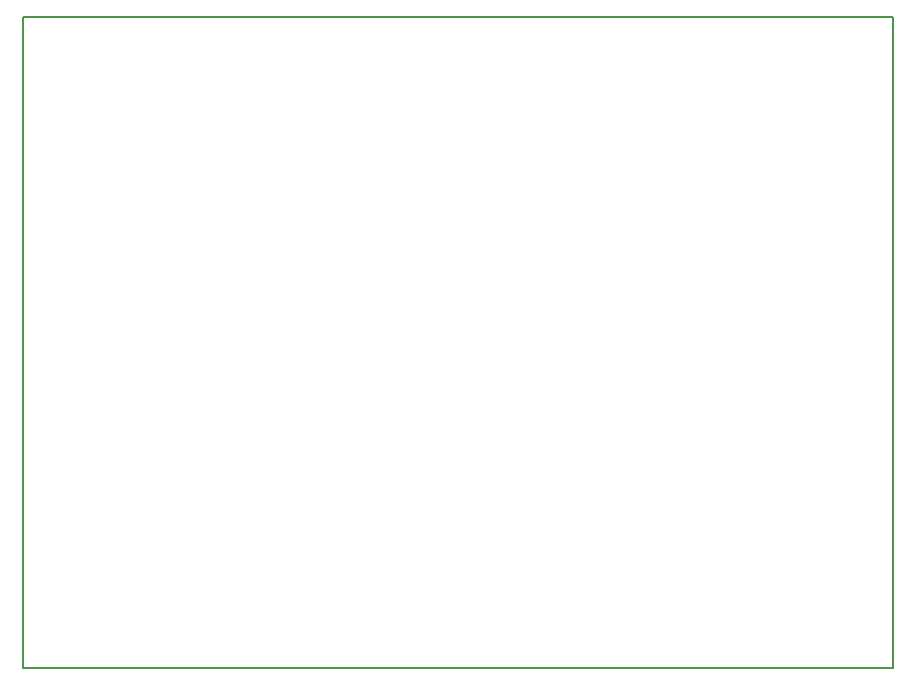
<source format=gbr>
G04 #@! TF.FileFunction,Profile,NP*
%FSLAX46Y46*%
G04 Gerber Fmt 4.6, Leading zero omitted, Abs format (unit mm)*
G04 Created by KiCad (PCBNEW 4.0.7) date Tuesday, June 05, 2018 'PMt' 05:00:48 PM*
%MOMM*%
%LPD*%
G01*
G04 APERTURE LIST*
%ADD10C,0.100000*%
%ADD11C,0.150000*%
G04 APERTURE END LIST*
D10*
D11*
X17272000Y-77216000D02*
X90932000Y-77216000D01*
X17272000Y-132334000D02*
X17272000Y-77216000D01*
X90932000Y-132334000D02*
X17272000Y-132334000D01*
X90932000Y-131572000D02*
X90932000Y-132334000D01*
X90932000Y-77216000D02*
X90932000Y-131572000D01*
M02*

</source>
